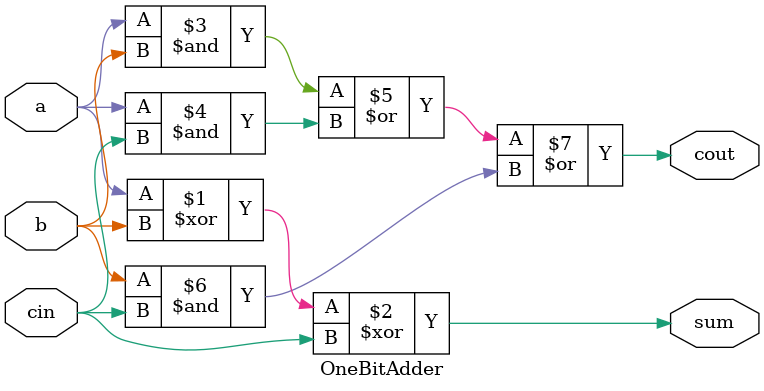
<source format=sv>
`timescale 10ns/1ns

module OneBitAdder
(
    input a,
    input b,
    input cin,
    output logic sum,
    output logic cout
);

    assign sum = a ^ b ^ cin;
    assign cout = (a & b) | (a & cin) | (b & cin);

endmodule

</source>
